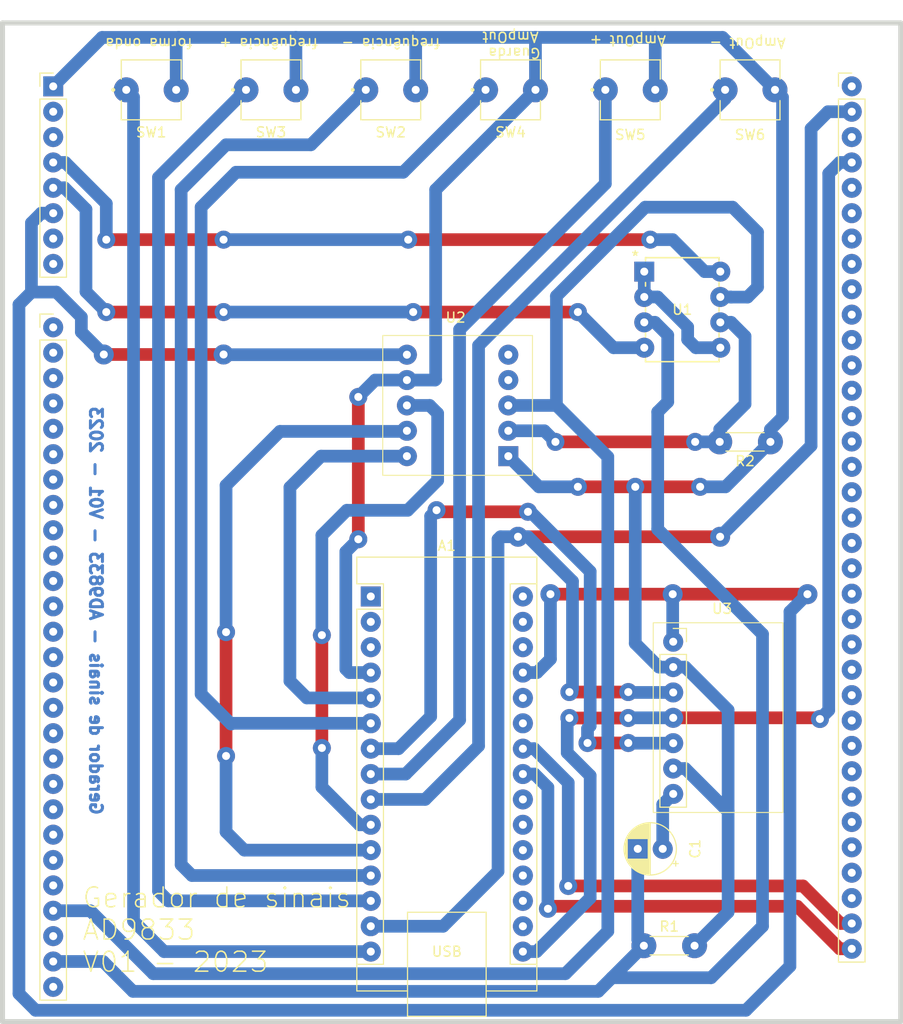
<source format=kicad_pcb>
(kicad_pcb (version 20221018) (generator pcbnew)
  (title_block (title "Barramento do EITduino") (date "2023-04-12") (rev "v01") (company "EITduino") (comment 1 "Autor: Gustavo Pinheiro") (comment 2 "Barramento proposto para uma placa 90x100 mm") (comment 3 "placa de face simples"))
  (layers (0 "F.Cu" signal) (31 "B.Cu" signal) (34 "B.Paste" user) (35 "F.Paste" user) (36 "B.SilkS" user "B.Silkscreen") (37 "F.SilkS" user "F.Silkscreen") (38 "B.Mask" user) (39 "F.Mask" user) (44 "Edge.Cuts" user))
  (net 0 "")
  (net 1 "+12V")
  (net 2 "-12V")
  (net 3 "+9V")
  (net 4 "-9V")
  (net 5 "+5V")
  (net 6 "-5V")
  (net 7 "+3.3V")
  (net 47 "Earth")
  (net 49 "I1")
  (net 50 "I2")
  (net 51 "Ampl1")
  (net 52 "Ampl2")
  (net 54 "Sin2")
  (net 56 "SinB")
  (net 57 "SINC")
  (net 58 "SPI_COPI")
  (net 59 "SPI_CIPO")
  (net 60 "SPI_clk")
  (net 61 "CS (AD9833)")
  (net 63 "CS (X9c104)")
  (net 64 "storage_R")
  (net 65 "SCL3")
  (net 66 "SDA3")
  (net 67 "SCL2")
  (net 68 "SDA2")
  (net 69 "SCL1")
  (net 70 "SDA1")
  (net 71 "Up_pot")
  (net 72 "Down_pot")
  (net 73 "X9c10x_INC")
  (net 74 "X9c10x_U{slash}D")
  (net 75 "freq+")
  (net 76 "freq-")
  (net 77 "S_wave")
  (net 84 "out_buffer")
  (net 89 "Out_ad9833")
  (net 90 "Passa_alta")
  (net 91 "Out_circuito")
  (net 94 "CS (1)")
  (net 95 "CS (0)")
  (net 96 "Net-(U1--IN2)")
  (footprint "X9c10X_module:X9c10X_module" (layer "F.Cu") (at 147.2 89.1)
    (fp_text reference "U2" (at -0.2 -8.8) (layer "F.SilkS"))
    (fp_text value "X9c10x")
    (pad "1" thru_hole circle (at -5.08 -5.08) (size 2 2) (drill 0.8) (layers "*.Cu" "*.Mask") (net 5 "+5V"))
    (pad "2" thru_hole circle (at -5.08 -2.54) (size 2 2) (drill 0.8) (layers "*.Cu" "*.Mask") (net 47 "Earth"))
    (pad "3" thru_hole circle (at -5.08 0) (size 2 2) (drill 0.8) (layers "*.Cu" "*.Mask") (net 73 "X9c10x_INC"))
    (pad "4" thru_hole circle (at -5.08 2.54) (size 2 2) (drill 0.8) (layers "*.Cu" "*.Mask") (net 74 "X9c10x_U{slash}D"))
    (pad "5" thru_hole circle (at -5.08 5.08) (size 2 2) (drill 0.8) (layers "*.Cu" "*.Mask") (net 63 "CS (X9c104)"))
    (pad "6" thru_hole rect (at 5.08 5.08) (size 2 2) (drill 0.8) (layers "*.Cu" "*.Mask") (net 47 "Earth"))
    (pad "7" thru_hole circle (at 5.08 2.54) (size 2 2) (drill 0.8) (layers "*.Cu" "*.Mask") (net 96 "Net-(U1--IN2)"))
    (pad "8" thru_hole circle (at 5.08 0) (size 2 2) (drill 0.8) (layers "*.Cu" "*.Mask") (net 91 "Out_circuito"))
    (pad "9" thru_hole circle (at 5.08 -2.54) (size 2 2) (drill 0.8) (layers "*.Cu" "*.Mask"))
    (pad "10" thru_hole circle (at 5.08 -5.08) (size 2 2) (drill 0.8) (layers "*.Cu" "*.Mask"))
  )
  (footprint "push_button_2_pin:SW_BUTT-2" (layer "F.Cu") (at 128.5 57.5)
    (fp_text reference "SW3" (at 0 4.25) (layer "F.SilkS"))
    (fp_text value "botao_decremento_freq" hide)
    (pad "1" thru_hole circle (at -2.5 0) (size 2.5 2.5) (drill 0.8) (layers "*.Cu" "*.Mask") (net 76 "freq-"))
    (pad "2" thru_hole circle (at 2.5 0) (size 2.5 2.5) (drill 0.8) (layers "*.Cu" "*.Mask") (net 47 "Earth"))
  )
  (footprint "Capacitor_THT:CP_Radial_D5.0mm_P2.50mm" (layer "F.Cu") (at 167.75 133.5 180)
    (fp_text reference "C1" (at -3.25 0 90) (layer "F.SilkS"))
    (fp_text value "100 nF")
    (pad "1" thru_hole circle (at 0 0 180) (size 2 2) (drill 0.8) (layers "*.Cu" "*.Mask") (net 89 "Out_ad9833"))
    (pad "2" thru_hole rect (at 2.5 0 180) (size 2 2.5) (drill 0.8) (layers "*.Cu" "*.Mask") (net 90 "Passa_alta"))
  )
  (footprint "Module:Arduino_Nano" (layer "F.Cu") (at 138.5 108.23)
    (fp_text reference "A1" (at 7.62 -5.08) (layer "F.SilkS"))
    (fp_text value "Arduino_Nano_v3.x")
    (fp_text user "USB" (at 7.62 35.56 unlocked) (layer "F.SilkS"))
    (pad "1" thru_hole rect (at 0 0) (size 2 2) (drill 0.8) (layers "*.Cu" "*.Mask"))
    (pad "2" thru_hole circle (at 0 2.54) (size 2 2) (drill 0.8) (layers "*.Cu" "*.Mask"))
    (pad "3" thru_hole circle (at 0 5.08) (size 2 2) (drill 0.8) (layers "*.Cu" "*.Mask"))
    (pad "4" thru_hole circle (at 0 7.62) (size 2 2) (drill 0.8) (layers "*.Cu" "*.Mask") (net 47 "Earth"))
    (pad "5" thru_hole circle (at 0 10.16) (size 2 2) (drill 0.8) (layers "*.Cu" "*.Mask") (net 63 "CS (X9c104)"))
    (pad "6" thru_hole circle (at 0 12.7) (size 2 2) (drill 0.8) (layers "*.Cu" "*.Mask") (net 64 "storage_R"))
    (pad "7" thru_hole circle (at 0 15.24) (size 2 2) (drill 0.8) (layers "*.Cu" "*.Mask") (net 61 "CS (AD9833)"))
    (pad "8" thru_hole circle (at 0 17.78) (size 2 2) (drill 0.8) (layers "*.Cu" "*.Mask") (net 71 "Up_pot"))
    (pad "9" thru_hole circle (at 0 20.32) (size 2 2) (drill 0.8) (layers "*.Cu" "*.Mask") (net 72 "Down_pot"))
    (pad "10" thru_hole circle (at 0 22.86) (size 2 2) (drill 0.8) (layers "*.Cu" "*.Mask") (net 73 "X9c10x_INC"))
    (pad "11" thru_hole circle (at 0 25.4) (size 2 2) (drill 0.8) (layers "*.Cu" "*.Mask") (net 74 "X9c10x_U{slash}D"))
    (pad "12" thru_hole circle (at 0 27.94) (size 2 2) (drill 0.8) (layers "*.Cu" "*.Mask") (net 75 "freq+"))
    (pad "13" thru_hole circle (at 0 30.48) (size 2 2) (drill 0.8) (layers "*.Cu" "*.Mask") (net 76 "freq-"))
    (pad "14" thru_hole circle (at 0 33.02) (size 2 2) (drill 0.8) (layers "*.Cu" "*.Mask") (net 58 "SPI_COPI"))
    (pad "15" thru_hole circle (at 0 35.56) (size 2 2) (drill 0.8) (layers "*.Cu" "*.Mask") (net 77 "S_wave"))
    (pad "16" thru_hole circle (at 15.24 35.56) (size 2 2) (drill 0.8) (layers "*.Cu" "*.Mask") (net 60 "SPI_clk"))
    (pad "17" thru_hole circle (at 15.24 33.02) (size 2 2) (drill 0.8) (layers "*.Cu" "*.Mask"))
    (pad "18" thru_hole circle (at 15.24 30.48) (size 2 2) (drill 0.8) (layers "*.Cu" "*.Mask"))
    (pad "19" thru_hole circle (at 15.24 27.94) (size 2 2) (drill 0.8) (layers "*.Cu" "*.Mask"))
    (pad "20" thru_hole circle (at 15.24 25.4) (size 2 2) (drill 0.8) (layers "*.Cu" "*.Mask"))
    (pad "21" thru_hole circle (at 15.24 22.86) (size 2 2) (drill 0.8) (layers "*.Cu" "*.Mask"))
    (pad "22" thru_hole circle (at 15.24 20.32) (size 2 2) (drill 0.8) (layers "*.Cu" "*.Mask"))
    (pad "23" thru_hole circle (at 15.24 17.78) (size 2 2) (drill 0.8) (layers "*.Cu" "*.Mask") (net 70 "SDA1"))
    (pad "24" thru_hole circle (at 15.24 15.24) (size 2 2) (drill 0.8) (layers "*.Cu" "*.Mask") (net 69 "SCL1"))
    (pad "25" thru_hole circle (at 15.24 12.7) (size 2 2) (drill 0.8) (layers "*.Cu" "*.Mask"))
    (pad "26" thru_hole circle (at 15.24 10.16) (size 2 2) (drill 0.8) (layers "*.Cu" "*.Mask"))
    (pad "27" thru_hole circle (at 15.24 7.62) (size 2 2) (drill 0.8) (layers "*.Cu" "*.Mask") (net 5 "+5V"))
    (pad "28" thru_hole circle (at 15.24 5.08) (size 2 2) (drill 0.8) (layers "*.Cu" "*.Mask"))
    (pad "29" thru_hole circle (at 15.24 2.54) (size 2 2) (drill 0.8) (layers "*.Cu" "*.Mask"))
    (pad "30" thru_hole circle (at 15.24 0) (size 2 2) (drill 0.8) (layers "*.Cu" "*.Mask"))
  )
  (footprint "AD828:N_8_ADI" (layer "F.Cu") (at 165.9 75.7)
    (fp_text reference "U1" (at 3.81 3.81 unlocked) (layer "F.SilkS"))
    (fp_text value "AD828AN")
    (fp_text user "*" (at -0.9 -1.524) (layer "F.SilkS"))
    (pad "1" thru_hole rect (at 0 0) (size 2 2) (drill 0.8) (layers "*.Cu" "*.Mask") (net 84 "out_buffer"))
    (pad "2" thru_hole circle (at 0 2.54) (size 2 2) (drill 0.8) (layers "*.Cu" "*.Mask") (net 84 "out_buffer"))
    (pad "3" thru_hole circle (at 0 5.08) (size 2 2) (drill 0.8) (layers "*.Cu" "*.Mask") (net 90 "Passa_alta"))
    (pad "4" thru_hole circle (at 0 7.62) (size 2 2) (drill 0.8) (layers "*.Cu" "*.Mask") (net 4 "-9V"))
    (pad "5" thru_hole circle (at 7.62 7.62) (size 2 2) (drill 0.8) (layers "*.Cu" "*.Mask") (net 84 "out_buffer"))
    (pad "6" thru_hole circle (at 7.62 5.08) (size 2 2) (drill 0.8) (layers "*.Cu" "*.Mask") (net 96 "Net-(U1--IN2)"))
    (pad "7" thru_hole circle (at 7.62 2.54) (size 2 2) (drill 0.8) (layers "*.Cu" "*.Mask") (net 91 "Out_circuito"))
    (pad "8" thru_hole circle (at 7.62 0) (size 2 2) (drill 0.8) (layers "*.Cu" "*.Mask") (net 3 "+9V"))
  )
  (footprint "push_button_2_pin:SW_BUTT-2" (layer "F.Cu") (at 152.5 57.5)
    (fp_text reference "SW4" (at 0 4.25) (layer "F.SilkS"))
    (fp_text value "botao_save_Rgain" hide)
    (pad "1" thru_hole circle (at -2.5 0) (size 2.5 2.5) (drill 0.8) (layers "*.Cu" "*.Mask") (net 64 "storage_R"))
    (pad "2" thru_hole circle (at 2.5 0) (size 2.5 2.5) (drill 0.8) (layers "*.Cu" "*.Mask") (net 47 "Earth"))
  )
  (footprint "Connector_PinHeader_2.54mm:PinHeader_1x35_P2.54mm_Vertical" (layer "F.Cu") (at 186.69 57.15)
    (fp_text reference "J4" hide)
    (fp_text value "comunicacao / sinais digitais")
    (pad "1" thru_hole circle (at 0 0) (size 2 2) (drill 0.8) (layers "*.Cu" "*.Mask") (net 57 "SINC"))
    (pad "2" thru_hole circle (at 0 2.54) (size 2 2) (drill 0.8) (layers "*.Cu" "*.Mask") (net 58 "SPI_COPI"))
    (pad "3" thru_hole circle (at 0 5.08) (size 2 2) (drill 0.8) (layers "*.Cu" "*.Mask") (net 59 "SPI_CIPO"))
    (pad "4" thru_hole circle (at 0 7.62) (size 2 2) (drill 0.8) (layers "*.Cu" "*.Mask") (net 60 "SPI_clk"))
    (pad "5" thru_hole circle (at 0 10.16) (size 2 2) (drill 0.8) (layers "*.Cu" "*.Mask") (net 95 "CS (0)"))
    (pad "6" thru_hole circle (at 0 12.7) (size 2 2) (drill 0.8) (layers "*.Cu" "*.Mask") (net 94 "CS (1)"))
    (pad "7" thru_hole circle (at 0 15.24) (size 2 2) (drill 0.8) (layers "*.Cu" "*.Mask"))
    (pad "8" thru_hole circle (at 0 17.78) (size 2 2) (drill 0.8) (layers "*.Cu" "*.Mask"))
    (pad "9" thru_hole circle (at 0 20.32) (size 2 2) (drill 0.8) (layers "*.Cu" "*.Mask"))
    (pad "10" thru_hole circle (at 0 22.86) (size 2 2) (drill 0.8) (layers "*.Cu" "*.Mask"))
    (pad "11" thru_hole circle (at 0 25.4) (size 2 2) (drill 0.8) (layers "*.Cu" "*.Mask"))
    (pad "12" thru_hole circle (at 0 27.94) (size 2 2) (drill 0.8) (layers "*.Cu" "*.Mask"))
    (pad "13" thru_hole circle (at 0 30.48) (size 2 2) (drill 0.8) (layers "*.Cu" "*.Mask"))
    (pad "14" thru_hole circle (at 0 33.02) (size 2 2) (drill 0.8) (layers "*.Cu" "*.Mask"))
    (pad "15" thru_hole circle (at 0 35.56) (size 2 2) (drill 0.8) (layers "*.Cu" "*.Mask"))
    (pad "16" thru_hole circle (at 0 38.1) (size 2 2) (drill 0.8) (layers "*.Cu" "*.Mask"))
    (pad "17" thru_hole circle (at 0 40.64) (size 2 2) (drill 0.8) (layers "*.Cu" "*.Mask"))
    (pad "18" thru_hole circle (at 0 43.18) (size 2 2) (drill 0.8) (layers "*.Cu" "*.Mask"))
    (pad "19" thru_hole circle (at 0 45.72) (size 2 2) (drill 0.8) (layers "*.Cu" "*.Mask"))
    (pad "20" thru_hole circle (at 0 48.26) (size 2 2) (drill 0.8) (layers "*.Cu" "*.Mask"))
    (pad "21" thru_hole circle (at 0 50.8) (size 2 2) (drill 0.8) (layers "*.Cu" "*.Mask"))
    (pad "22" thru_hole circle (at 0 53.34) (size 2 2) (drill 0.8) (layers "*.Cu" "*.Mask"))
    (pad "23" thru_hole circle (at 0 55.88) (size 2 2) (drill 0.8) (layers "*.Cu" "*.Mask"))
    (pad "24" thru_hole circle (at 0 58.42) (size 2 2) (drill 0.8) (layers "*.Cu" "*.Mask"))
    (pad "25" thru_hole circle (at 0 60.96) (size 2 2) (drill 0.8) (layers "*.Cu" "*.Mask"))
    (pad "26" thru_hole circle (at 0 63.5) (size 2 2) (drill 0.8) (layers "*.Cu" "*.Mask"))
    (pad "27" thru_hole circle (at 0 66.04) (size 2 2) (drill 0.8) (layers "*.Cu" "*.Mask"))
    (pad "28" thru_hole circle (at 0 68.58) (size 2 2) (drill 0.8) (layers "*.Cu" "*.Mask"))
    (pad "29" thru_hole circle (at 0 71.12) (size 2 2) (drill 0.8) (layers "*.Cu" "*.Mask"))
    (pad "30" thru_hole circle (at 0 73.66) (size 2 2) (drill 0.8) (layers "*.Cu" "*.Mask") (net 65 "SCL3"))
    (pad "31" thru_hole circle (at 0 76.2) (size 2 2) (drill 0.8) (layers "*.Cu" "*.Mask") (net 66 "SDA3"))
    (pad "32" thru_hole circle (at 0 78.74) (size 2 2) (drill 0.8) (layers "*.Cu" "*.Mask") (net 67 "SCL2"))
    (pad "33" thru_hole circle (at 0 81.28) (size 2 2) (drill 0.8) (layers "*.Cu" "*.Mask") (net 68 "SDA2"))
    (pad "34" thru_hole circle (at 0 83.82) (size 2 2) (drill 0.8) (layers "*.Cu" "*.Mask") (net 69 "SCL1"))
    (pad "35" thru_hole circle (at 0 86.36) (size 2 2) (drill 0.8) (layers "*.Cu" "*.Mask") (net 70 "SDA1"))
  )
  (footprint "push_button_2_pin:SW_BUTT-2" (layer "F.Cu") (at 176.5 57.5)
    (fp_text reference "SW6" (at 0 4.5) (layer "F.SilkS"))
    (fp_text value "botao_diminui_Rgain" hide)
    (pad "1" thru_hole circle (at -2.5 0) (size 2.5 2.5) (drill 0.8) (layers "*.Cu" "*.Mask") (net 72 "Down_pot"))
    (pad "2" thru_hole circle (at 2.5 0) (size 2.5 2.5) (drill 0.8) (layers "*.Cu" "*.Mask") (net 47 "Earth"))
  )
  (footprint "Resistor_THT:R_Axial_DIN0204_L3.6mm_D1.6mm_P5.08mm_Horizontal" (layer "F.Cu") (at 178.54 92.75 180)
    (fp_text reference "R2" (at 2.54 -1.92) (layer "F.SilkS"))
    (fp_text value "2,7k")
    (pad "1" thru_hole circle (at 0 0 180) (size 2.5 2.5) (drill 0.8) (layers "*.Cu" "*.Mask") (net 47 "Earth"))
    (pad "2" thru_hole circle (at 5.08 0 180) (size 2.5 2.5) (drill 0.8) (layers "*.Cu" "*.Mask") (net 96 "Net-(U1--IN2)"))
  )
  (footprint "Connector_PinHeader_2.54mm:PinHeader_1x08_P2.54mm_Vertical" (layer "F.Cu") (at 106.68 57.15)
    (fp_text reference "J1" hide)
    (fp_text value "tensoes")
    (pad "1" thru_hole rect (at 0 0) (size 2 2) (drill 0.8) (layers "*.Cu" "*.Mask") (net 47 "Earth"))
    (pad "2" thru_hole circle (at 0 2.54) (size 2 2) (drill 0.8) (layers "*.Cu" "*.Mask") (net 1 "+12V"))
    (pad "3" thru_hole circle (at 0 5.08) (size 2 2) (drill 0.8) (layers "*.Cu" "*.Mask") (net 2 "-12V"))
    (pad "4" thru_hole circle (at 0 7.62) (size 2 2) (drill 0.8) (layers "*.Cu" "*.Mask") (net 3 "+9V"))
    (pad "5" thru_hole circle (at 0 10.16) (size 2 2) (drill 0.8) (layers "*.Cu" "*.Mask") (net 4 "-9V"))
    (pad "6" thru_hole circle (at 0 12.7) (size 2 2) (drill 0.8) (layers "*.Cu" "*.Mask") (net 5 "+5V"))
    (pad "7" thru_hole circle (at 0 15.24) (size 2 2) (drill 0.8) (layers "*.Cu" "*.Mask") (net 6 "-5V"))
    (pad "8" thru_hole circle (at 0 17.78) (size 2 2) (drill 0.8) (layers "*.Cu" "*.Mask") (net 7 "+3.3V"))
  )
  (footprint "Connector_PinHeader_2.54mm:PinHeader_1x27_P2.54mm_Vertical" (layer "F.Cu") (at 106.68 81.28)
    (fp_text reference "J3" hide)
    (fp_text value "sinais analogicos")
    (pad "1" thru_hole circle (at 0 0) (size 2 2) (drill 0.8) (layers "*.Cu" "*.Mask"))
    (pad "2" thru_hole circle (at 0 2.54) (size 2 2) (drill 0.8) (layers "*.Cu" "*.Mask"))
    (pad "3" thru_hole circle (at 0 5.08) (size 2 2) (drill 0.8) (layers "*.Cu" "*.Mask"))
    (pad "4" thru_hole circle (at 0 7.62) (size 2 2) (drill 0.8) (layers "*.Cu" "*.Mask"))
    (pad "5" thru_hole circle (at 0 10.16) (size 2 2) (drill 0.8) (layers "*.Cu" "*.Mask"))
    (pad "6" thru_hole circle (at 0 12.7) (size 2 2) (drill 0.8) (layers "*.Cu" "*.Mask"))
    (pad "7" thru_hole circle (at 0 15.24) (size 2 2) (drill 0.8) (layers "*.Cu" "*.Mask"))
    (pad "8" thru_hole circle (at 0 17.78) (size 2 2) (drill 0.8) (layers "*.Cu" "*.Mask"))
    (pad "9" thru_hole circle (at 0 20.32) (size 2 2) (drill 0.8) (layers "*.Cu" "*.Mask"))
    (pad "10" thru_hole circle (at 0 22.86) (size 2 2) (drill 0.8) (layers "*.Cu" "*.Mask"))
    (pad "11" thru_hole circle (at 0 25.4) (size 2 2) (drill 0.8) (layers "*.Cu" "*.Mask"))
    (pad "12" thru_hole circle (at 0 27.94) (size 2 2) (drill 0.8) (layers "*.Cu" "*.Mask"))
    (pad "13" thru_hole circle (at 0 30.48) (size 2 2) (drill 0.8) (layers "*.Cu" "*.Mask"))
    (pad "14" thru_hole circle (at 0 33.02) (size 2 2) (drill 0.8) (layers "*.Cu" "*.Mask"))
    (pad "15" thru_hole circle (at 0 35.56) (size 2 2) (drill 0.8) (layers "*.Cu" "*.Mask"))
    (pad "16" thru_hole circle (at 0 38.1) (size 2 2) (drill 0.8) (layers "*.Cu" "*.Mask"))
    (pad "17" thru_hole circle (at 0 40.64) (size 2 2) (drill 0.8) (layers "*.Cu" "*.Mask"))
    (pad "18" thru_hole circle (at 0 43.18) (size 2 2) (drill 0.8) (layers "*.Cu" "*.Mask"))
    (pad "19" thru_hole circle (at 0 45.72) (size 2 2) (drill 0.8) (layers "*.Cu" "*.Mask"))
    (pad "20" thru_hole circle (at 0 48.26) (size 2 2) (drill 0.8) (layers "*.Cu" "*.Mask") (net 49 "I1"))
    (pad "21" thru_hole circle (at 0 50.8) (size 2 2) (drill 0.8) (layers "*.Cu" "*.Mask") (net 50 "I2"))
    (pad "22" thru_hole circle (at 0 53.34) (size 2 2) (drill 0.8) (layers "*.Cu" "*.Mask") (net 51 "Ampl1"))
    (pad "23" thru_hole circle (at 0 55.88) (size 2 2) (drill 0.8) (layers "*.Cu" "*.Mask") (net 52 "Ampl2"))
    (pad "24" thru_hole circle (at 0 58.42) (size 2 2) (drill 0.8) (layers "*.Cu" "*.Mask") (net 91 "Out_circuito"))
    (pad "25" thru_hole circle (at 0 60.96) (size 2 2) (drill 0.8) (layers "*.Cu" "*.Mask") (net 54 "Sin2"))
    (pad "26" thru_hole circle (at 0 63.5) (size 2 2) (drill 0.8) (layers "*.Cu" "*.Mask") (net 90 "Passa_alta"))
    (pad "27" thru_hole circle (at 0 66.04) (size 2 2) (drill 0.8) (layers "*.Cu" "*.Mask") (net 56 "SinB"))
  )
  (footprint "AD9833_module:AD9833_module" (layer "F.Cu") (at 168.8 112.76)
    (fp_text reference "U3" (at 4.9 -3.3) (layer "F.SilkS"))
    (fp_text value "AD9833_module")
    (pad "1" thru_hole circle (at 0 0) (size 2 2) (drill 0.8) (layers "*.Cu" "*.Mask") (net 5 "+5V"))
    (pad "2" thru_hole circle (at 0 2.54) (size 2 2) (drill 0.8) (layers "*.Cu" "*.Mask") (net 47 "Earth"))
    (pad "3" thru_hole circle (at 0 5.08) (size 2 2) (drill 0.8) (layers "*.Cu" "*.Mask") (net 58 "SPI_COPI"))
    (pad "4" thru_hole circle (at 0 7.62) (size 2 2) (drill 0.8) (layers "*.Cu" "*.Mask") (net 60 "SPI_clk"))
    (pad "5" thru_hole circle (at 0 10.16) (size 2 2) (drill 0.8) (layers "*.Cu" "*.Mask") (net 61 "CS (AD9833)"))
    (pad "6" thru_hole circle (at 0 12.7) (size 2 2) (drill 0.8) (layers "*.Cu" "*.Mask") (net 47 "Earth"))
    (pad "7" thru_hole circle (at 0 15.24) (size 2 2) (drill 0.8) (layers "*.Cu" "*.Mask") (net 89 "Out_ad9833"))
  )
  (footprint "push_button_2_pin:SW_BUTT-2" (layer "F.Cu") (at 140.5 57.5)
    (fp_text reference "SW2" (at 0 4.25) (layer "F.SilkS"))
    (fp_text value "botao_incremento_freq" hide)
    (pad "1" thru_hole circle (at -2.5 0) (size 2.5 2.5) (drill 0.8) (layers "*.Cu" "*.Mask") (net 75 "freq+"))
    (pad "2" thru_hole circle (at 2.5 0) (size 2.5 2.5) (drill 0.8) (layers "*.Cu" "*.Mask") (net 47 "Earth"))
  )
  (footprint "push_button_2_pin:SW_BUTT-2" (layer "F.Cu") (at 116.5 57.5)
    (fp_text reference "SW1" (at 0 4.25) (layer "F.SilkS"))
    (fp_text value "botao_forma_onda" hide)
    (pad "1" thru_hole circle (at -2.5 0) (size 2.5 2.5) (drill 0.8) (layers "*.Cu" "*.Mask") (net 77 "S_wave"))
    (pad "2" thru_hole circle (at 2.5 0) (size 2.5 2.5) (drill 0.8) (layers "*.Cu" "*.Mask") (net 47 "Earth"))
  )
  (footprint "Resistor_THT:R_Axial_DIN0204_L3.6mm_D1.6mm_P5.08mm_Horizontal" (layer "F.Cu") (at 165.86 143.2)
    (fp_text reference "R1" (at 2.54 -1.92) (layer "F.SilkS"))
    (fp_text value "10k")
    (pad "1" thru_hole circle (at 0 0) (size 2.5 2.5) (drill 0.8) (layers "*.Cu" "*.Mask") (net 90 "Passa_alta"))
    (pad "2" thru_hole circle (at 5.08 0) (size 2.5 2.5) (drill 0.8) (layers "*.Cu" "*.Mask") (net 47 "Earth"))
  )
  (footprint "push_button_2_pin:SW_BUTT-2" (layer "F.Cu") (at 164.5 57.5)
    (fp_text reference "SW5" (at 0 4.5) (layer "F.SilkS"))
    (fp_text value "botao_aumenta_Rgain" hide)
    (pad "1" thru_hole circle (at -2.5 0) (size 2.5 2.5) (drill 0.8) (layers "*.Cu" "*.Mask") (net 71 "Up_pot"))
    (pad "2" thru_hole circle (at 2.5 0) (size 2.5 2.5) (drill 0.8) (layers "*.Cu" "*.Mask") (net 47 "Earth"))
  )
  (gr_line (start 191.6 50.8) (end 101.6 50.8) (stroke (width 0.5)) (layer "Edge.Cuts"))
  (gr_line (start 191.6 150.8) (end 191.6 50.8) (stroke (width 0.5)) (layer "Edge.Cuts"))
  (gr_line (start 191.59982 150.7998) (end 101.6 150.7998) (stroke (width 0.5)) (layer "Edge.Cuts"))
  (gr_line (start 101.6 50.8) (end 101.6 150.7998) (stroke (width 0.5)) (layer "Edge.Cuts"))
  (gr_text "Gerador de sinais - AD9833 - V01 - 2023\n" (at 110.25 130.25 270) (layer "B.Cu") (effects (font (size 1.2 1.2) (thickness 0.3) bold) (justify left bottom mirror)))
  (gr_text "forma onda" (at 116.25 52.25 180) (layer "F.SilkS") (effects (font (size 1 1)) (justify bottom)))
  (gr_text "Guarda \nAmpOut\n\n" (at 152.5 50 180) (layer "F.SilkS") (effects (font (size 1 1)) (justify bottom)))
  (gr_text "frequência -\n" (at 140.5 52.25 180) (layer "F.SilkS") (effects (font (size 1 1)) (justify bottom)))
  (gr_text "AmpOut -\n\n\n" (at 176.25 49 180) (layer "F.SilkS") (effects (font (size 1 1)) (justify bottom)))
  (gr_text "AmpOut +\n\n\n" (at 164.25 48.75 180) (layer "F.SilkS") (effects (font (size 1 1)) (justify bottom)))
  (gr_text "frequência +\n" (at 128.25 52.25 180) (layer "F.SilkS") (effects (font (size 1 1)) (justify bottom)))
  (gr_text "Gerador de sinais \nAD9833\nV01 - 2023\n" (at 109.5 146) (layer "F.SilkS") (effects (font (size 2 2)) (justify left bottom)))
  (segment (start 123.75 72.5) (end 112 72.5) (width 1.27) (layer "F.Cu") (net 3))
  (segment (start 142.25 72.5) (end 166.5 72.5) (width 1.27) (layer "F.Cu") (net 3))
  (via (at 142.25 72.5) (size 1.8) (drill 0.8) (layers "F.Cu" "B.Cu") (net 3))
  (via (at 123.75 72.5) (size 1.8) (drill 0.8) (layers "F.Cu" "B.Cu") (net 3))
  (via (at 166.5 72.5) (size 1.8) (drill 0.8) (layers "F.Cu" "B.Cu") (net 3))
  (via (at 112 72.5) (size 1.8) (drill 0.8) (layers "F.Cu" "B.Cu") (net 3))
  (segment (start 171.95 75.7) (end 168.75 72.5) (width 1.27) (layer "B.Cu") (net 3))
  (segment (start 112 68.887919) (end 107.882081 64.77) (width 1.27) (layer "B.Cu") (net 3))
  (segment (start 107.882081 64.77) (end 106.68 64.77) (width 1.27) (layer "B.Cu") (net 3))
  (segment (start 112 72.5) (end 112 68.887919) (width 1.27) (layer "B.Cu") (net 3))
  (segment (start 123.75 72.5) (end 142.25 72.5) (width 1.27) (layer "B.Cu") (net 3))
  (segment (start 168.75 72.5) (end 166.5 72.5) (width 1.27) (layer "B.Cu") (net 3))
  (segment (start 173.52 75.7) (end 171.95 75.7) (width 1.27) (layer "B.Cu") (net 3))
  (segment (start 123.75 79.75) (end 112 79.75) (width 1.27) (layer "F.Cu") (net 4))
  (segment (start 159.25 79.75) (end 142.75 79.75) (width 1.27) (layer "F.Cu") (net 4))
  (via (at 159.25 79.75) (size 1.8) (drill 0.8) (layers "F.Cu" "B.Cu") (net 4))
  (via (at 112 79.75) (size 1.8) (drill 0.8) (layers "F.Cu" "B.Cu") (net 4))
  (via (at 142.75 79.75) (size 1.8) (drill 0.8) (layers "F.Cu" "B.Cu") (net 4))
  (via (at 123.75 79.75) (size 1.8) (drill 0.8) (layers "F.Cu" "B.Cu") (net 4))
  (segment (start 162.82 83.32) (end 159.25 79.75) (width 1.27) (layer "B.Cu") (net 4))
  (segment (start 109.965 77.715) (end 109.965 69.465) (width 1.27) (layer "B.Cu") (net 4))
  (segment (start 165.9 83.32) (end 162.82 83.32) (width 1.27) (layer "B.Cu") (net 4))
  (segment (start 109.965 69.465) (end 107.81 67.31) (width 1.27) (layer "B.Cu") (net 4))
  (segment (start 107.81 67.31) (end 106.68 67.31) (width 1.27) (layer "B.Cu") (net 4))
  (segment (start 123.75 79.75) (end 142.75 79.75) (width 1.27) (layer "B.Cu") (net 4))
  (segment (start 112 79.75) (end 109.965 77.715) (width 1.27) (layer "B.Cu") (net 4))
  (segment (start 168.75 108) (end 182.25 108) (width 1.27) (layer "F.Cu") (net 5))
  (segment (start 111.75 84) (end 123.75 84) (width 1.27) (layer "F.Cu") (net 5))
  (segment (start 168.75 108) (end 156.5 108) (width 1.27) (layer "F.Cu") (net 5))
  (via (at 111.75 84) (size 2) (drill 0.8) (layers "F.Cu" "B.Cu") (net 5))
  (via (at 168.75 108) (size 2) (drill 0.8) (layers "F.Cu" "B.Cu") (net 5))
  (via (at 182.25 108) (size 2) (drill 0.8) (layers "F.Cu" "B.Cu") (net 5))
  (via (at 123.75 84) (size 2) (drill 0.8) (layers "F.Cu" "B.Cu") (net 5))
  (via (at 156.5 108) (size 2) (drill 0.8) (layers "F.Cu" "B.Cu") (net 5))
  (segment (start 155.15 115.85) (end 156.5 114.5) (width 1.27) (layer "B.Cu") (net 5))
  (segment (start 123.77 84.02) (end 142.12 84.02) (width 1.27) (layer "B.Cu") (net 5))
  (segment (start 180.5 109.75) (end 180.5 145.25) (width 1.27) (layer "B.Cu") (net 5))
  (segment (start 109.5 81.75) (end 109.5 80.25) (width 1.27) (layer "B.Cu") (net 5))
  (segment (start 176.0852 149.6648) (end 104.9148 149.6648) (width 1.27) (layer "B.Cu") (net 5))
  (segment (start 104.5 77.75) (end 104.5 70.827919) (width 1.27) (layer "B.Cu") (net 5))
  (segment (start 182.25 108) (end 180.5 109.75) (width 1.27) (layer "B.Cu") (net 5))
  (segment (start 168.75 108) (end 168.75 112.71) (width 1.27) (layer "B.Cu") (net 5))
  (segment (start 103.25 79) (end 104.5 77.75) (width 1.27) (layer "B.Cu") (net 5))
  (segment (start 103.25 148) (end 103.25 79) (width 1.27) (layer "B.Cu") (net 5))
  (segment (start 109.5 80.25) (end 107 77.75) (width 1.27) (layer "B.Cu") (net 5))
  (segment (start 180.5 145.25) (end 176.0852 149.6648) (width 1.27) (layer "B.Cu") (net 5))
  (segment (start 153.74 115.85) (end 155.15 115.85) (width 1.27) (layer "B.Cu") (net 5))
  (segment (start 168.75 112.71) (end 168.8 112.76) (width 1.27) (layer "B.Cu") (net 5))
  (segment (start 111.75 84) (end 109.5 81.75) (width 1.27) (layer "B.Cu") (net 5))
  (segment (start 107 77.75) (end 104.5 77.75) (width 1.27) (layer "B.Cu") (net 5))
  (segment (start 156.5 114.5) (end 156.5 108) (width 1.27) (layer "B.Cu") (net 5))
  (segment (start 105.477919 69.85) (end 106.68 69.85) (width 1.27) (layer "B.Cu") (net 5))
  (segment (start 104.9148 149.6648) (end 103.25 148) (width 1.27) (layer "B.Cu") (net 5))
  (segment (start 104.5 70.827919) (end 105.477919 69.85) (width 1.27) (layer "B.Cu") (net 5))
  (segment (start 123.75 84) (end 123.77 84.02) (width 1.27) (layer "B.Cu") (net 5))
  (segment (start 165 97.25) (end 159.25 97.25) (width 1.27) (layer "F.Cu") (net 47))
  (segment (start 165 97.25) (end 171.5 97.25) (width 1.27) (layer "F.Cu") (net 47))
  (segment (start 137.25 88.25) (end 137.25 102.5) (width 1.27) (layer "F.Cu") (net 47))
  (via (at 165 97.25) (size 1.8) (drill 0.8) (layers "F.Cu" "B.Cu") (net 47))
  (via (at 171.5 97.25) (size 1.8) (drill 0.8) (layers "F.Cu" "B.Cu") (net 47))
  (via (at 137.25 88.25) (size 1.8) (drill 0.8) (layers "F.Cu" "B.Cu") (net 47))
  (via (at 159.25 97.25) (size 1.8) (drill 0.8) (layers "F.Cu" "B.Cu") (net 47))
  (via (at 137.25 102.5) (size 1.8) (drill 0.8) (layers "F.Cu" "B.Cu") (net 47))
  (segment (start 170.002081 125.46) (end 168.8 125.46) (width 1.27) (layer "B.Cu") (net 47))
  (segment (start 138.94 86.56) (end 142.12 86.56) (width 1.27) (layer "B.Cu") (net 47))
  (segment (start 144.94 86.56) (end 142.12 86.56) (width 1.27) (layer "B.Cu") (net 47))
  (segment (start 179 57.5) (end 179.754 58.254) (width 1.27) (layer "B.Cu") (net 47))
  (segment (start 142.75 52.25) (end 155 52.25) (width 1.27) (layer "B.Cu") (net 47))
  (segment (start 173.75 52.25) (end 179 57.5) (width 1.27) (layer "B.Cu") (net 47))
  (segment (start 143 52.5) (end 142.75 52.25) (width 1.27) (layer "B.Cu") (net 47))
  (segment (start 155 57.5) (end 155 52.25) (width 1.27) (layer "B.Cu") (net 47))
  (segment (start 178.54 91.5) (end 179.754 90.286) (width 1.27) (layer "B.Cu") (net 47))
  (segment (start 171.5 97.25) (end 174.04 97.25) (width 1.27) (layer "B.Cu") (net 47))
  (segment (start 145 86.5) (end 144.94 86.56) (width 1.27) (layer "B.Cu") (net 47))
  (segment (start 137.25 88.25) (end 138.94 86.56) (width 1.27) (layer "B.Cu") (net 47))
  (segment (start 136.35 115.85) (end 138.5 115.85) (width 1.27) (layer "B.Cu") (net 47))
  (segment (start 145 67.5) (end 145 86.5) (width 1.27) (layer "B.Cu") (net 47))
  (segment (start 159.25 97.25) (end 155.35 97.25) (width 1.27) (layer "B.Cu") (net 47))
  (segment (start 119.25 52.25) (end 131 52.25) (width 1.27) (layer "B.Cu") (net 47))
  (segment (start 165 97.25) (end 165 112.93) (width 1.27) (layer "B.Cu") (net 47))
  (segment (start 174.04 97.25) (end 178.54 92.75) (width 1.27) (layer "B.Cu") (net 47))
  (segment (start 106.68 57.15) (end 111.58 52.25) (width 1.27) (layer "B.Cu") (net 47))
  (segment (start 131 52.25) (end 142.75 52.25) (width 1.27) (layer "B.Cu") (net 47))
  (segment (start 178.54 92.75) (end 178.54 91.5) (width 1.27) (layer "B.Cu") (net 47))
  (segment (start 179.754 58.254) (end 179.754 90.286) (width 1.27) (layer "B.Cu") (net 47))
  (segment (start 167.37 115.3) (end 168.8 115.3) (width 1.27) (layer "B.Cu") (net 47))
  (segment (start 131 57.5) (end 131 52.25) (width 1.27) (layer "B.Cu") (net 47))
  (segment (start 155 57.5) (end 145 67.5) (width 1.27) (layer "B.Cu") (net 47))
  (segment (start 136 115.5) (end 136.35 115.85) (width 1.27) (layer "B.Cu") (net 47))
  (segment (start 165 112.93) (end 167.37 115.3) (width 1.27) (layer "B.Cu") (net 47))
  (segment (start 143 57.5) (end 143 52.5) (width 1.27) (layer "B.Cu") (net 47))
  (segment (start 174.3 129.757919) (end 170.002081 125.46) (width 1.27) (layer "B.Cu") (net 47))
  (segment (start 167 52.25) (end 173.75 52.25) (width 1.27) (layer "B.Cu") (net 47))
  (segment (start 167 57.5) (end 167 52.25) (width 1.27) (layer "B.Cu") (net 47))
  (segment (start 155.35 97.25) (end 152.28 94.18) (width 1.27) (layer "B.Cu") (net 47))
  (segment (start 174.3 139.84) (end 174.3 129.757919) (width 1.27) (layer "B.Cu") (net 47))
  (segment (start 155 52.25) (end 167 52.25) (width 1.27) (layer "B.Cu") (net 47))
  (segment (start 119 57.5) (end 119 52.5) (width 1.27) (layer "B.Cu") (net 47))
  (segment (start 170.002081 115.3) (end 174.3 119.597919) (width 1.27) (layer "B.Cu") (net 47))
  (segment (start 170.94 143.2) (end 174.3 139.84) (width 1.27) (layer "B.Cu") (net 47))
  (segment (start 111.58 52.25) (end 119.25 52.25) (width 1.27) (layer "B.Cu") (net 47))
  (segment (start 137.25 102.5) (end 136 103.75) (width 1.27) (layer "B.Cu") (net 47))
  (segment (start 119 52.5) (end 119.25 52.25) (width 1.27) (layer "B.Cu") (net 47))
  (segment (start 136 103.75) (end 136 115.5) (width 1.27) (layer "B.Cu") (net 47))
  (segment (start 174.3 119.597919) (end 174.3 129.757919) (width 1.27) (layer "B.Cu") (net 47))
  (segment (start 168.8 115.3) (end 170.002081 115.3) (width 1.27) (layer "B.Cu") (net 47))
  (segment (start 153.25 102.25) (end 173.5 102.25) (width 1.27) (layer "F.Cu") (net 58))
  (segment (start 164.3 117.8) (end 158.4 117.8) (width 1.27) (layer "F.Cu") (net 58))
  (via (at 158.4 117.8) (size 1.8) (drill 0.8) (layers "F.Cu" "B.Cu") (net 58))
  (via (at 164.3 117.8) (size 1.8) (drill 0.8) (layers "F.Cu" "B.Cu") (net 58))
  (via (at 153.25 102.25) (size 2) (drill 0.8) (layers "F.Cu" "B.Cu") (net 58))
  (via (at 173.5 102.25) (size 2) (drill 0.8) (layers "F.Cu" "B.Cu") (net 58))
  (segment (start 151.25 102.5) (end 151.5 102.25) (width 1.27) (layer "B.Cu") (net 58))
  (segment (start 145.75 141.25) (end 151.25 135.75) (width 1.27) (layer "B.Cu") (net 58))
  (segment (start 182.615 61.385) (end 184.31 59.69) (width 1.27) (layer "B.Cu") (net 58))
  (segment (start 182.615 93.135) (end 182.615 61.385) (width 1.27) (layer "B.Cu") (net 58))
  (segment (start 164.34 117.84) (end 164.3 117.8) (width 1.27) (layer "B.Cu") (net 58))
  (segment (start 168.8 117.84) (end 164.34 117.84) (width 1.27) (layer "B.Cu") (net 58))
  (segment (start 138.5 141.25) (end 145.75 141.25) (width 1.27) (layer "B.Cu") (net 58))
  (segment (start 154.25 102.25) (end 153.25 102.25) (width 1.27) (layer "B.Cu") (net 58))
  (segment (start 151.5 102.25) (end 153.25 102.25) (width 1.27) (layer "B.Cu") (net 58))
  (segment (start 151.25 135.75) (end 151.25 102.5) (width 1.27) (layer "B.Cu") (net 58))
  (segment (start 158.71 117.49) (end 158.71 106.71) (width 1.27) (layer "B.Cu") (net 58))
  (segment (start 173.5 102.25) (end 182.615 93.135) (width 1.27) (layer "B.Cu") (net 58))
  (segment (start 158.4 117.8) (end 158.71 117.49) (width 1.27) (layer "B.Cu") (net 58))
  (segment (start 184.31 59.69) (end 186.69 59.69) (width 1.27) (layer "B.Cu") (net 58))
  (segment (start 158.71 106.71) (end 154.25 102.25) (width 1.27) (layer "B.Cu") (net 58))
  (segment (start 183.5 120.5) (end 183.38 120.38) (width 1.27) (layer "F.Cu") (net 60))
  (segment (start 164.3 120.4) (end 158.4 120.4) (width 1.27) (layer "F.Cu") (net 60))
  (segment (start 183.38 120.38) (end 168.8 120.38) (width 1.27) (layer "F.Cu") (net 60))
  (via (at 158.4 120.4) (size 1.8) (drill 0.8) (layers "F.Cu" "B.Cu") (net 60))
  (via (at 164.3 120.4) (size 1.8) (drill 0.8) (layers "F.Cu" "B.Cu") (net 60))
  (via (at 183.5 120.5) (size 1.8) (drill 0.8) (layers "F.Cu" "B.Cu") (net 60))
  (segment (start 158.4 120.4) (end 158.1805 120.6195) (width 1.27) (layer "B.Cu") (net 60))
  (segment (start 168.68 120.38) (end 169 120.5) (width 1.27) (layer "B.Cu") (net 60))
  (segment (start 164.32 120.38) (end 164.3 120.4) (width 1.27) (layer "B.Cu") (net 60))
  (segment (start 168.8 120.38) (end 168.68 120.38) (width 1.27) (layer "B.Cu") (net 60))
  (segment (start 184.385 119.615) (end 184.385 65.872919) (width 1.27) (layer "B.Cu") (net 60))
  (segment (start 160.48 126.168917) (end 160.48 138.42) (width 1.27) (layer "B.Cu") (net 60))
  (segment (start 158.1805 120.6195) (end 158.1805 123.869417) (width 1.27) (layer "B.Cu") (net 60))
  (segment (start 169 120.5) (end 168.92 120.38) (width 1.27) (layer "B.Cu") (net 60))
  (segment (start 155.11 143.79) (end 153.74 143.79) (width 1.27) (layer "B.Cu") (net 60))
  (segment (start 185.487919 64.77) (end 186.69 64.77) (width 1.27) (layer "B.Cu") (net 60))
  (segment (start 184.385 65.872919) (end 185.487919 64.77) (width 1.27) (layer "B.Cu") (net 60))
  (segment (start 183.5 120.5) (end 184.385 119.615) (width 1.27) (layer "B.Cu") (net 60))
  (segment (start 160.48 138.42) (end 155.11 143.79) (width 1.27) (layer "B.Cu") (net 60))
  (segment (start 168.92 120.38) (end 164.32 120.38) (width 1.27) (layer "B.Cu") (net 60))
  (segment (start 158.1805 123.869417) (end 160.48 126.168917) (width 1.27) (layer "B.Cu") (net 60))
  (segment (start 145.25 99.75) (end 154.25 99.75) (width 1.27) (layer "F.Cu") (net 61))
  (segment (start 145.088609 99.588609) (end 145.25 99.75) (width 1.27) (layer "F.Cu") (net 61))
  (segment (start 164.3 122.9) (end 160.2155 122.9) (width 1.27) (layer "F.Cu") (net 61))
  (via (at 164.3 122.9) (size 1.8) (drill 0.8) (layers "F.Cu" "B.Cu") (net 61))
  (via (at 145.088609 99.588609) (size 1.8) (drill 0.8) (layers "F.Cu" "B.Cu") (net 61))
  (via (at 160.2155 122.9) (size 1.8) (drill 0.8) (layers "F.Cu" "B.Cu") (net 61))
  (via (at 154.25 99.75) (size 1.8) (drill 0.8) (layers "F.Cu" "B.Cu") (net 61))
  (segment (start 164.32 122.92) (end 164.3 122.9) (width 1.27) (layer "B.Cu") (net 61))
  (segment (start 160.2155 121.462425) (end 160.2155 122.9) (width 1.27) (layer "B.Cu") (net 61))
  (segment (start 160.48 105.73) (end 160.48 121.197925) (width 1.27) (layer "B.Cu") (net 61))
  (segment (start 141.28 123.47) (end 138.5 123.47) (width 1.27) (layer "B.Cu") (net 61))
  (segment (start 144.5 120.25) (end 141.28 123.47) (width 1.27) (layer "B.Cu") (net 61))
  (segment (start 168.8 122.92) (end 164.32 122.92) (width 1.27) (layer "B.Cu") (net 61))
  (segment (start 144.5 100.177218) (end 144.5 120.25) (width 1.27) (layer "B.Cu") (net 61))
  (segment (start 154.5 99.75) (end 154.25 99.75) (width 1.27) (layer "B.Cu") (net 61))
  (segment (start 160.48 105.73) (end 154.5 99.75) (width 1.27) (layer "B.Cu") (net 61))
  (segment (start 145.088609 99.588609) (end 144.5 100.177218) (width 1.27) (layer "B.Cu") (net 61))
  (segment (start 160.48 121.197925) (end 160.2155 121.462425) (width 1.27) (layer "B.Cu") (net 61))
  (segment (start 133.52 94.18) (end 130.4 97.3) (width 1.27) (layer "B.Cu") (net 63))
  (segment (start 132.09 118.39) (end 138.5 118.39) (width 1.27) (layer "B.Cu") (net 63))
  (segment (start 142.12 94.18) (end 133.52 94.18) (width 1.27) (layer "B.Cu") (net 63))
  (segment (start 130.4 116.7) (end 132.09 118.39) (width 1.27) (layer "B.Cu") (net 63))
  (segment (start 130.4 97.3) (end 130.4 116.7) (width 1.27) (layer "B.Cu") (net 63))
  (segment (start 125 65.75) (end 121.5 69.25) (width 1.27) (layer "B.Cu") (net 64))
  (segment (start 124.57 120.93) (end 138.5 120.93) (width 1.27) (layer "B.Cu") (net 64))
  (segment (start 124.5 121) (end 124.57 120.93) (width 1.27) (layer "B.Cu") (net 64))
  (segment (start 150 57.5) (end 141.75 65.75) (width 1.27) (layer "B.Cu") (net 64))
  (segment (start 121.5 118) (end 124.5 121) (width 1.27) (layer "B.Cu") (net 64))
  (segment (start 141.75 65.75) (end 125 65.75) (width 1.27) (layer "B.Cu") (net 64))
  (segment (start 121.5 69.25) (end 121.5 118) (width 1.27) (layer "B.Cu") (net 64))
  (segment (start 185.560654 140.97) (end 186.69 140.97) (width 1.27) (layer "F.Cu") (net 69))
  (segment (start 158.2845 137.2155) (end 181.806154 137.2155) (width 1.27) (layer "F.Cu") (net 69))
  (segment (start 181.806154 137.2155) (end 185.560654 140.97) (width 1.27) (layer "F.Cu") (net 69))
  (via (at 158.2845 137.2155) (size 1.8) (drill 0.8) (layers "F.Cu" "B.Cu") (net 69))
  (segment (start 158.2845 126.88313) (end 154.87137 123.47) (width 1.27) (layer "B.Cu") (net 69))
  (segment (start 154.87137 123.47) (end 153.74 123.47) (width 1.27) (layer "B.Cu") (net 69))
  (segment (start 158.2845 137.2155) (end 158.2845 126.88313) (width 1.27) (layer "B.Cu") (net 69))
  (segment (start 156.5 139.25) (end 181.227919 139.25) (width 1.27) (layer "F.Cu") (net 70))
  (segment (start 181.227919 139.25) (end 185.487919 143.51) (width 1.27) (layer "F.Cu") (net 70))
  (segment (start 156.25 139.5) (end 156.5 139.25) (width 1.27) (layer "F.Cu") (net 70))
  (segment (start 185.487919 143.51) (end 186.69 143.51) (width 1.27) (layer "F.Cu") (net 70))
  (via (at 156.25 139.5) (size 1.8) (drill 0.8) (layers "F.Cu" "B.Cu") (net 70))
  (segment (start 156.25 139.5) (end 156.25 127.351788) (width 1.27) (layer "B.Cu") (net 70))
  (segment (start 154.908212 126.01) (end 153.74 126.01) (width 1.27) (layer "B.Cu") (net 70))
  (segment (start 156.25 127.351788) (end 154.908212 126.01) (width 1.27) (layer "B.Cu") (net 70))
  (segment (start 147.4 120.6) (end 141.99 126.01) (width 1.27) (layer "B.Cu") (net 71))
  (segment (start 162 66.9) (end 147.4 81.5) (width 1.27) (layer "B.Cu") (net 71))
  (segment (start 162 57.5) (end 162 66.9) (width 1.27) (layer "B.Cu") (net 71))
  (segment (start 141.99 126.01) (end 138.5 126.01) (width 1.27) (layer "B.Cu") (net 71))
  (segment (start 147.4 81.5) (end 147.4 120.6) (width 1.27) (layer "B.Cu") (net 71))
  (segment (start 174 57.5) (end 174 58.4) (width 1.27) (layer "B.Cu") (net 72))
  (segment (start 143.95 128.55) (end 138.5 128.55) (width 1.27) (layer "B.Cu") (net 72))
  (segment (start 174 58.4) (end 149.3 83.1) (width 1.27) (layer "B.Cu") (net 72))
  (segment (start 149.3 123.2) (end 143.95 128.55) (width 1.27) (layer "B.Cu") (net 72))
  (segment (start 149.3 83.1) (end 149.3 123.2) (width 1.27) (layer "B.Cu") (net 72))
  (segment (start 133.6 112.1) (end 133.6 123.4) (width 1.27) (layer "F.Cu") (net 73))
  (via (at 133.6 123.4) (size 1.8) (drill 0.8) (layers "F.Cu" "B.Cu") (net 73))
  (via (at 133.6 112.1) (size 1.8) (drill 0.8) (layers "F.Cu" "B.Cu") (net 73))
  (segment (start 133.6 112.1) (end 133.6 102.1) (width 1.27) (layer "B.Cu") (net 73))
  (segment (start 133.6 123.4) (end 133.6 127.32137) (width 1.27) (layer "B.Cu") (net 73))
  (segment (start 145.2 89.9) (end 144.4 89.1) (width 1.27) (layer "B.Cu") (net 73))
  (segment (start 136.1 99.6) (end 142.2 99.6) (width 1.27) (layer "B.Cu") (net 73))
  (segment (start 142.2 99.6) (end 145.2 96.6) (width 1.27) (layer "B.Cu") (net 73))
  (segment (start 133.6 102.1) (end 136.1 99.6) (width 1.27) (layer "B.Cu") (net 73))
  (segment (start 133.6 127.32137) (end 137.36863 131.09) (width 1.27) (layer "B.Cu") (net 73))
  (segment (start 144.4 89.1) (end 142.12 89.1) (width 1.27) (layer "B.Cu") (net 73))
  (segment (start 137.36863 131.09) (end 138.5 131.09) (width 1.27) (layer "B.Cu") (net 73))
  (segment (start 145.2 96.6) (end 145.2 89.9) (width 1.27) (layer "B.Cu") (net 73))
  (segment (start 124 111.8) (end 124 124.2) (width 1.27) (layer "F.Cu") (net 74))
  (via (at 124 111.8) (size 1.8) (drill 0.8) (layers "F.Cu" "B.Cu") (net 74))
  (via (at 124 124.2) (size 1.8) (drill 0.8) (layers "F.Cu" "B.Cu") (net 74))
  (segment (start 129.4 91.7) (end 124 97.1) (width 1.27) (layer "B.Cu") (net 74))
  (segment (start 125.83 133.63) (end 138.5 133.63) (width 1.27) (layer "B.Cu") (net 74))
  (segment (start 141.88 91.7) (end 129.4 91.7) (width 1.27) (layer "B.Cu") (net 74))
  (segment (start 124 124.2) (end 124 131.8) (width 1.27) (layer "B.Cu") (net 74))
  (segment (start 124 97.1) (end 124 112) (width 1.27) (layer "B.Cu") (net 74))
  (segment (start 141.94 91.64) (end 141.88 91.7) (width 1.27) (layer "B.Cu") (net 74))
  (segment (start 124 131.8) (end 125.83 133.63) (width 1.27) (layer "B.Cu") (net 74))
  (segment (start 142.12 91.64) (end 141.94 91.64) (width 1.27) (layer "B.Cu") (net 74))
  (segment (start 132.5 63) (end 124 63) (width 1.27) (layer "B.Cu") (net 75))
  (segment (start 119.5 67.5) (end 119.5 135.09) (width 1.27) (layer "B.Cu") (net 75))
  (segment (start 124 63) (end 119.5 67.5) (width 1.27) (layer "B.Cu") (net 75))
  (segment (start 120.58 136.17) (end 138.5 136.17) (width 1.27) (layer "B.Cu") (net 75))
  (segment (start 119.5 135.09) (end 120.58 136.17) (width 1.27) (layer "B.Cu") (net 75))
  (segment (start 138 57.5) (end 132.5 63) (width 1.27) (layer "B.Cu") (net 75))
  (segment (start 118.21 138.71) (end 138.5 138.71) (width 1.27) (layer "B.Cu") (net 76))
  (segment (start 117.23 137.73) (end 118.21 138.71) (width 1.27) (layer "B.Cu") (net 76))
  (segment (start 126 57.5) (end 117.23 66.27) (width 1.27) (layer "B.Cu") (net 76))
  (segment (start 117.23 66.27) (end 117.23 137.73) (width 1.27) (layer "B.Cu") (net 76))
  (segment (start 117.79 143.79) (end 138.5 143.79) (width 1.27) (layer "B.Cu") (net 77))
  (segment (start 114.73 58.23) (end 114.73 140.73) (width 1.27) (layer "B.Cu") (net 77))
  (segment (start 114.73 140.73) (end 117.79 143.79) (width 1.27) (layer "B.Cu") (net 77))
  (segment (start 114 57.5) (end 114.73 58.23) (width 1.27) (layer "B.Cu") (net 77))
  (segment (start 165.9 78.24) (end 167.24 78.24) (width 1.27) (layer "B.Cu") (net 84))
  (segment (start 170.25 81.25) (end 170.25 82.5) (width 1.27) (layer "B.Cu") (net 84))
  (segment (start 170.25 82.5) (end 171.07 83.32) (width 1.27) (layer "B.Cu") (net 84))
  (segment (start 171.07 83.32) (end 173.52 83.32) (width 1.27) (layer "B.Cu") (net 84))
  (segment (start 167.24 78.24) (end 170.25 81.25) (width 1.27) (layer "B.Cu") (net 84))
  (segment (start 165.9 75.7) (end 165.9 78.24) (width 1.27) (layer "B.Cu") (net 84))
  (segment (start 167.75 133.5) (end 167.75 129.05) (width 1.27) (layer "B.Cu") (net 89))
  (segment (start 167.75 129.05) (end 168.8 128) (width 1.27) (layer "B.Cu") (net 89))
  (segment (start 165.9 80.78) (end 166.97763 80.78) (width 1.27) (layer "B.Cu") (net 90))
  (segment (start 162.655 146.405) (end 165.86 143.2) (width 1.27) (layer "B.Cu") (net 90))
  (segment (start 165.25 142.59) (end 165.25 133.5) (width 1.27) (layer "B.Cu") (net 90))
  (segment (start 168.25 82.05237) (end 168.25 88.75) (width 1.27) (layer "B.Cu") (net 90))
  (segment (start 168.25 88.75) (end 167.25 89.75) (width 1.27) (layer "B.Cu") (net 90))
  (segment (start 166.97763 80.78) (end 168.25 82.05237) (width 1.27) (layer "B.Cu") (net 90))
  (segment (start 165.86 143.2) (end 165.25 142.59) (width 1.27) (layer "B.Cu") (net 90))
  (segment (start 167.25 101.5) (end 177.75 112) (width 1.27) (layer "B.Cu") (net 90))
  (segment (start 177.75 141.25) (end 172.595 146.405) (width 1.27) (layer "B.Cu") (net 90))
  (segment (start 114.67 147.77) (end 161.29 147.77) (width 1.27) (layer "B.Cu") (net 90))
  (segment (start 172.595 146.405) (end 162.655 146.405) (width 1.27) (layer "B.Cu") (net 90))
  (segment (start 167.25 89.75) (end 167.25 101.5) (width 1.27) (layer "B.Cu") (net 90))
  (segment (start 177.75 112) (end 177.75 141.25) (width 1.27) (layer "B.Cu") (net 90))
  (segment (start 161.29 147.77) (end 162.655 146.405) (width 1.27) (layer "B.Cu") (net 90))
  (segment (start 111.68 144.78) (end 114.67 147.77) (width 1.27) (layer "B.Cu") (net 90))
  (segment (start 106.68 144.78) (end 111.68 144.78) (width 1.27) (layer "B.Cu") (net 90))
  (segment (start 177.25 77.25) (end 177.25 71.75) (width 1.27) (layer "B.Cu") (net 91))
  (segment (start 162.25 94.25) (end 157.1 89.1) (width 1.27) (layer "B.Cu") (net 91))
  (segment (start 166 69.25) (end 157.1 78.15) (width 1.27) (layer "B.Cu") (net 91))
  (segment (start 157.1 89.1) (end 152.28 89.1) (width 1.27) (layer "B.Cu") (net 91))
  (segment (start 162.25 141.75) (end 162.25 94.25) (width 1.27) (layer "B.Cu") (net 91))
  (segment (start 174.60763 78.25) (end 176.25 78.25) (width 1.27) (layer "B.Cu") (net 91))
  (segment (start 157.1 78.15) (end 157.1 89.1) (width 1.27) (layer "B.Cu") (net 91))
  (segment (start 158 146) (end 162.25 141.75) (width 1.27) (layer "B.Cu") (net 91))
  (segment (start 173.52 78.24) (end 174.59763 78.24) (width 1.27) (layer "B.Cu") (net 91))
  (segment (start 177.25 71.75) (end 174.75 69.25) (width 1.27) (layer "B.Cu") (net 91))
  (segment (start 116.7 146) (end 158 146) (width 1.27) (layer "B.Cu") (net 91))
  (segment (start 106.68 139.7) (end 110.4 139.7) (width 1.27) (layer "B.Cu") (net 91))
  (segment (start 176.25 78.25) (end 177.25 77.25) (width 1.27) (layer "B.Cu") (net 91))
  (segment (start 174.75 69.25) (end 166 69.25) (width 1.27) (layer "B.Cu") (net 91))
  (segment (start 110.4 139.7) (end 116.7 146) (width 1.27) (layer "B.Cu") (net 91))
  (segment (start 174.59763 78.24) (end 174.60763 78.25) (width 1.27) (layer "B.Cu") (net 91))
  (segment (start 157 92.75) (end 171 92.75) (width 1.27) (layer "F.Cu") (net 96))
  (via (at 171 92.75) (size 1.8) (drill 0.8) (layers "F.Cu" "B.Cu") (net 96))
  (via (at 157 92.75) (size 1.8) (drill 0.8) (layers "F.Cu" "B.Cu") (net 96))
  (segment (start 174.59763 80.78) (end 176 82.18237) (width 1.27) (layer "B.Cu") (net 96))
  (segment (start 173.46 92.75) (end 173.46 91.5) (width 1.27) (layer "B.Cu") (net 96))
  (segment (start 157 92.75) (end 155.89 91.64) (width 1.27) (layer "B.Cu") (net 96))
  (segment (start 176 82.18237) (end 176 88.96) (width 1.27) (layer "B.Cu") (net 96))
  (segment (start 155.89 91.64) (end 152.28 91.64) (width 1.27) (layer "B.Cu") (net 96))
  (segment (start 173.46 91.5) (end 176 88.96) (width 1.27) (layer "B.Cu") (net 96))
  (segment (start 173.52 80.78) (end 174.59763 80.78) (width 1.27) (layer "B.Cu") (net 96))
  (segment (start 173.46 92.75) (end 171.02 92.75) (width 1.27) (layer "B.Cu") (net 96))
)
</source>
